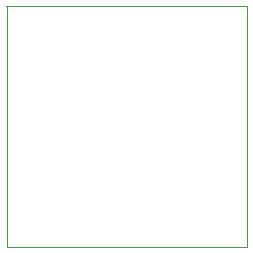
<source format=gbr>
G04 #@! TF.GenerationSoftware,KiCad,Pcbnew,(5.1.2-1)-1*
G04 #@! TF.CreationDate,2019-09-06T23:38:15-06:00*
G04 #@! TF.ProjectId,DC435,44433433-352e-46b6-9963-61645f706362,rev?*
G04 #@! TF.SameCoordinates,Original*
G04 #@! TF.FileFunction,Profile,NP*
%FSLAX46Y46*%
G04 Gerber Fmt 4.6, Leading zero omitted, Abs format (unit mm)*
G04 Created by KiCad (PCBNEW (5.1.2-1)-1) date 2019-09-06 23:38:15*
%MOMM*%
%LPD*%
G04 APERTURE LIST*
%ADD10C,0.050000*%
G04 APERTURE END LIST*
D10*
X139720320Y-77551280D02*
X139720320Y-77541120D01*
X139750800Y-97927160D02*
X139720320Y-77551280D01*
X160096200Y-97927160D02*
X139750800Y-97927160D01*
X160096200Y-77581760D02*
X160096200Y-97927160D01*
X139694920Y-77556360D02*
X160096200Y-77581760D01*
M02*

</source>
